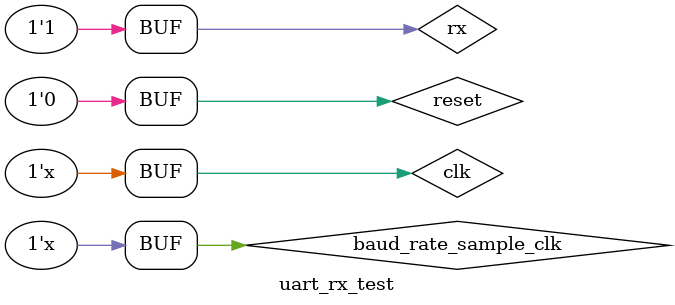
<source format=v>
`timescale 1ns / 1ps


module uart_rx_test;

	// Inputs
	reg clk;
	reg baud_rate_sample_clk;
	reg reset;
	reg rx;

	// Outputs
	wire [7:0] rx_data;
	wire rx_done;

	// Instantiate the Unit Under Test (UUT)
	uart_rx uut (
		.clk(clk), 
		.baud_rate_sample_clk(baud_rate_sample_clk), 
		.reset(reset), 
		.rx(rx), 
		.rx_data(rx_data), 
		.rx_done(rx_done)
	);

	initial begin
		// Initialize Inputs
		clk = 0;
		baud_rate_sample_clk = 0;
		reset = 0;
		rx = 1;

		// Wait 100 ns for global reset to finish
		#100;
		
		reset = 1;
		#1;
		reset = 0;
        
		// Add stimulus here
		
		#0.85
		rx = 0;
		#4;
		
		rx = 1;
		#4;
		rx = 0;
		#4;
		rx = 1;
		#4;
		rx = 0;
		#4;
		rx = 1;
		#4;
		rx = 1;
		#4;
		rx = 0;
		#4;
		rx = 1;
		#4;
		
		rx = 1;
		#4;
	end
	
	always #0.005 clk = ~clk;
	always #0.125 baud_rate_sample_clk = ~baud_rate_sample_clk;
      
endmodule


</source>
